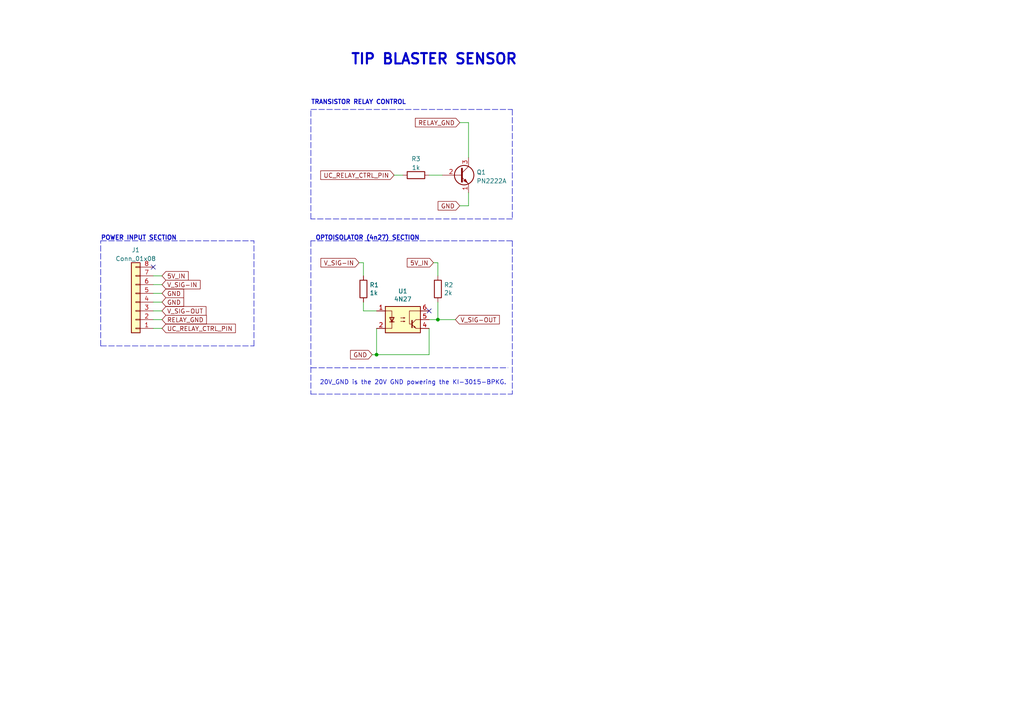
<source format=kicad_sch>
(kicad_sch (version 20211123) (generator eeschema)

  (uuid b3d08afa-f296-4e3b-8825-73b6331d35bf)

  (paper "A4")

  (lib_symbols
    (symbol "Connector_Generic:Conn_01x08" (pin_names (offset 1.016) hide) (in_bom yes) (on_board yes)
      (property "Reference" "J" (id 0) (at 0 10.16 0)
        (effects (font (size 1.27 1.27)))
      )
      (property "Value" "Conn_01x08" (id 1) (at 0 -12.7 0)
        (effects (font (size 1.27 1.27)))
      )
      (property "Footprint" "" (id 2) (at 0 0 0)
        (effects (font (size 1.27 1.27)) hide)
      )
      (property "Datasheet" "~" (id 3) (at 0 0 0)
        (effects (font (size 1.27 1.27)) hide)
      )
      (property "ki_keywords" "connector" (id 4) (at 0 0 0)
        (effects (font (size 1.27 1.27)) hide)
      )
      (property "ki_description" "Generic connector, single row, 01x08, script generated (kicad-library-utils/schlib/autogen/connector/)" (id 5) (at 0 0 0)
        (effects (font (size 1.27 1.27)) hide)
      )
      (property "ki_fp_filters" "Connector*:*_1x??_*" (id 6) (at 0 0 0)
        (effects (font (size 1.27 1.27)) hide)
      )
      (symbol "Conn_01x08_1_1"
        (rectangle (start -1.27 -10.033) (end 0 -10.287)
          (stroke (width 0.1524) (type default) (color 0 0 0 0))
          (fill (type none))
        )
        (rectangle (start -1.27 -7.493) (end 0 -7.747)
          (stroke (width 0.1524) (type default) (color 0 0 0 0))
          (fill (type none))
        )
        (rectangle (start -1.27 -4.953) (end 0 -5.207)
          (stroke (width 0.1524) (type default) (color 0 0 0 0))
          (fill (type none))
        )
        (rectangle (start -1.27 -2.413) (end 0 -2.667)
          (stroke (width 0.1524) (type default) (color 0 0 0 0))
          (fill (type none))
        )
        (rectangle (start -1.27 0.127) (end 0 -0.127)
          (stroke (width 0.1524) (type default) (color 0 0 0 0))
          (fill (type none))
        )
        (rectangle (start -1.27 2.667) (end 0 2.413)
          (stroke (width 0.1524) (type default) (color 0 0 0 0))
          (fill (type none))
        )
        (rectangle (start -1.27 5.207) (end 0 4.953)
          (stroke (width 0.1524) (type default) (color 0 0 0 0))
          (fill (type none))
        )
        (rectangle (start -1.27 7.747) (end 0 7.493)
          (stroke (width 0.1524) (type default) (color 0 0 0 0))
          (fill (type none))
        )
        (rectangle (start -1.27 8.89) (end 1.27 -11.43)
          (stroke (width 0.254) (type default) (color 0 0 0 0))
          (fill (type background))
        )
        (pin passive line (at -5.08 7.62 0) (length 3.81)
          (name "Pin_1" (effects (font (size 1.27 1.27))))
          (number "1" (effects (font (size 1.27 1.27))))
        )
        (pin passive line (at -5.08 5.08 0) (length 3.81)
          (name "Pin_2" (effects (font (size 1.27 1.27))))
          (number "2" (effects (font (size 1.27 1.27))))
        )
        (pin passive line (at -5.08 2.54 0) (length 3.81)
          (name "Pin_3" (effects (font (size 1.27 1.27))))
          (number "3" (effects (font (size 1.27 1.27))))
        )
        (pin passive line (at -5.08 0 0) (length 3.81)
          (name "Pin_4" (effects (font (size 1.27 1.27))))
          (number "4" (effects (font (size 1.27 1.27))))
        )
        (pin passive line (at -5.08 -2.54 0) (length 3.81)
          (name "Pin_5" (effects (font (size 1.27 1.27))))
          (number "5" (effects (font (size 1.27 1.27))))
        )
        (pin passive line (at -5.08 -5.08 0) (length 3.81)
          (name "Pin_6" (effects (font (size 1.27 1.27))))
          (number "6" (effects (font (size 1.27 1.27))))
        )
        (pin passive line (at -5.08 -7.62 0) (length 3.81)
          (name "Pin_7" (effects (font (size 1.27 1.27))))
          (number "7" (effects (font (size 1.27 1.27))))
        )
        (pin passive line (at -5.08 -10.16 0) (length 3.81)
          (name "Pin_8" (effects (font (size 1.27 1.27))))
          (number "8" (effects (font (size 1.27 1.27))))
        )
      )
    )
    (symbol "Device:R" (pin_numbers hide) (pin_names (offset 0)) (in_bom yes) (on_board yes)
      (property "Reference" "R" (id 0) (at 2.032 0 90)
        (effects (font (size 1.27 1.27)))
      )
      (property "Value" "R" (id 1) (at 0 0 90)
        (effects (font (size 1.27 1.27)))
      )
      (property "Footprint" "" (id 2) (at -1.778 0 90)
        (effects (font (size 1.27 1.27)) hide)
      )
      (property "Datasheet" "~" (id 3) (at 0 0 0)
        (effects (font (size 1.27 1.27)) hide)
      )
      (property "ki_keywords" "R res resistor" (id 4) (at 0 0 0)
        (effects (font (size 1.27 1.27)) hide)
      )
      (property "ki_description" "Resistor" (id 5) (at 0 0 0)
        (effects (font (size 1.27 1.27)) hide)
      )
      (property "ki_fp_filters" "R_*" (id 6) (at 0 0 0)
        (effects (font (size 1.27 1.27)) hide)
      )
      (symbol "R_0_1"
        (rectangle (start -1.016 -2.54) (end 1.016 2.54)
          (stroke (width 0.254) (type default) (color 0 0 0 0))
          (fill (type none))
        )
      )
      (symbol "R_1_1"
        (pin passive line (at 0 3.81 270) (length 1.27)
          (name "~" (effects (font (size 1.27 1.27))))
          (number "1" (effects (font (size 1.27 1.27))))
        )
        (pin passive line (at 0 -3.81 90) (length 1.27)
          (name "~" (effects (font (size 1.27 1.27))))
          (number "2" (effects (font (size 1.27 1.27))))
        )
      )
    )
    (symbol "Isolator:4N27" (pin_names (offset 1.016)) (in_bom yes) (on_board yes)
      (property "Reference" "U" (id 0) (at -5.08 5.08 0)
        (effects (font (size 1.27 1.27)) (justify left))
      )
      (property "Value" "4N27" (id 1) (at 0 5.08 0)
        (effects (font (size 1.27 1.27)) (justify left))
      )
      (property "Footprint" "Package_DIP:DIP-6_W7.62mm" (id 2) (at -5.08 -5.08 0)
        (effects (font (size 1.27 1.27) italic) (justify left) hide)
      )
      (property "Datasheet" "https://www.vishay.com/docs/83725/4n25.pdf" (id 3) (at 0 0 0)
        (effects (font (size 1.27 1.27)) (justify left) hide)
      )
      (property "ki_keywords" "NPN DC Optocoupler Base Connected" (id 4) (at 0 0 0)
        (effects (font (size 1.27 1.27)) hide)
      )
      (property "ki_description" "DC Optocoupler Base Connected, Vce 30V, CTR 10%, Viso 2500V, DIP6" (id 5) (at 0 0 0)
        (effects (font (size 1.27 1.27)) hide)
      )
      (property "ki_fp_filters" "DIP*W7.62mm*" (id 6) (at 0 0 0)
        (effects (font (size 1.27 1.27)) hide)
      )
      (symbol "4N27_0_1"
        (rectangle (start -5.08 3.81) (end 5.08 -3.81)
          (stroke (width 0.254) (type default) (color 0 0 0 0))
          (fill (type background))
        )
        (polyline
          (pts
            (xy -3.81 -0.635)
            (xy -2.54 -0.635)
          )
          (stroke (width 0.254) (type default) (color 0 0 0 0))
          (fill (type none))
        )
        (polyline
          (pts
            (xy 2.667 -1.397)
            (xy 3.81 -2.54)
          )
          (stroke (width 0) (type default) (color 0 0 0 0))
          (fill (type none))
        )
        (polyline
          (pts
            (xy 2.667 -1.143)
            (xy 3.81 0)
          )
          (stroke (width 0) (type default) (color 0 0 0 0))
          (fill (type none))
        )
        (polyline
          (pts
            (xy 3.81 -2.54)
            (xy 5.08 -2.54)
          )
          (stroke (width 0) (type default) (color 0 0 0 0))
          (fill (type none))
        )
        (polyline
          (pts
            (xy 3.81 0)
            (xy 5.08 0)
          )
          (stroke (width 0) (type default) (color 0 0 0 0))
          (fill (type none))
        )
        (polyline
          (pts
            (xy 2.667 -0.254)
            (xy 2.667 -2.286)
            (xy 2.667 -2.286)
          )
          (stroke (width 0.3556) (type default) (color 0 0 0 0))
          (fill (type none))
        )
        (polyline
          (pts
            (xy -5.08 -2.54)
            (xy -3.175 -2.54)
            (xy -3.175 2.54)
            (xy -5.08 2.54)
          )
          (stroke (width 0) (type default) (color 0 0 0 0))
          (fill (type none))
        )
        (polyline
          (pts
            (xy -3.175 -0.635)
            (xy -3.81 0.635)
            (xy -2.54 0.635)
            (xy -3.175 -0.635)
          )
          (stroke (width 0.254) (type default) (color 0 0 0 0))
          (fill (type none))
        )
        (polyline
          (pts
            (xy 3.683 -2.413)
            (xy 3.429 -1.905)
            (xy 3.175 -2.159)
            (xy 3.683 -2.413)
          )
          (stroke (width 0) (type default) (color 0 0 0 0))
          (fill (type none))
        )
        (polyline
          (pts
            (xy 5.08 2.54)
            (xy 1.905 2.54)
            (xy 1.905 -1.27)
            (xy 2.54 -1.27)
          )
          (stroke (width 0) (type default) (color 0 0 0 0))
          (fill (type none))
        )
        (polyline
          (pts
            (xy -0.635 -0.508)
            (xy 0.635 -0.508)
            (xy 0.254 -0.635)
            (xy 0.254 -0.381)
            (xy 0.635 -0.508)
          )
          (stroke (width 0) (type default) (color 0 0 0 0))
          (fill (type none))
        )
        (polyline
          (pts
            (xy -0.635 0.508)
            (xy 0.635 0.508)
            (xy 0.254 0.381)
            (xy 0.254 0.635)
            (xy 0.635 0.508)
          )
          (stroke (width 0) (type default) (color 0 0 0 0))
          (fill (type none))
        )
      )
      (symbol "4N27_1_1"
        (pin passive line (at -7.62 2.54 0) (length 2.54)
          (name "~" (effects (font (size 1.27 1.27))))
          (number "1" (effects (font (size 1.27 1.27))))
        )
        (pin passive line (at -7.62 -2.54 0) (length 2.54)
          (name "~" (effects (font (size 1.27 1.27))))
          (number "2" (effects (font (size 1.27 1.27))))
        )
        (pin no_connect line (at -5.08 0 0) (length 2.54) hide
          (name "NC" (effects (font (size 1.27 1.27))))
          (number "3" (effects (font (size 1.27 1.27))))
        )
        (pin passive line (at 7.62 -2.54 180) (length 2.54)
          (name "~" (effects (font (size 1.27 1.27))))
          (number "4" (effects (font (size 1.27 1.27))))
        )
        (pin passive line (at 7.62 0 180) (length 2.54)
          (name "~" (effects (font (size 1.27 1.27))))
          (number "5" (effects (font (size 1.27 1.27))))
        )
        (pin passive line (at 7.62 2.54 180) (length 2.54)
          (name "~" (effects (font (size 1.27 1.27))))
          (number "6" (effects (font (size 1.27 1.27))))
        )
      )
    )
    (symbol "Transistor_BJT:PN2222A" (pin_names (offset 0) hide) (in_bom yes) (on_board yes)
      (property "Reference" "Q" (id 0) (at 5.08 1.905 0)
        (effects (font (size 1.27 1.27)) (justify left))
      )
      (property "Value" "PN2222A" (id 1) (at 5.08 0 0)
        (effects (font (size 1.27 1.27)) (justify left))
      )
      (property "Footprint" "Package_TO_SOT_THT:TO-92_Inline" (id 2) (at 5.08 -1.905 0)
        (effects (font (size 1.27 1.27) italic) (justify left) hide)
      )
      (property "Datasheet" "https://www.onsemi.com/pub/Collateral/PN2222-D.PDF" (id 3) (at 0 0 0)
        (effects (font (size 1.27 1.27)) (justify left) hide)
      )
      (property "ki_keywords" "NPN Transistor" (id 4) (at 0 0 0)
        (effects (font (size 1.27 1.27)) hide)
      )
      (property "ki_description" "1A Ic, 40V Vce, NPN Transistor, General Purpose Transistor, TO-92" (id 5) (at 0 0 0)
        (effects (font (size 1.27 1.27)) hide)
      )
      (property "ki_fp_filters" "TO?92*" (id 6) (at 0 0 0)
        (effects (font (size 1.27 1.27)) hide)
      )
      (symbol "PN2222A_0_1"
        (polyline
          (pts
            (xy 0 0)
            (xy 0.635 0)
          )
          (stroke (width 0) (type default) (color 0 0 0 0))
          (fill (type none))
        )
        (polyline
          (pts
            (xy 2.54 -2.54)
            (xy 0.635 -0.635)
          )
          (stroke (width 0) (type default) (color 0 0 0 0))
          (fill (type none))
        )
        (polyline
          (pts
            (xy 2.54 2.54)
            (xy 0.635 0.635)
          )
          (stroke (width 0) (type default) (color 0 0 0 0))
          (fill (type none))
        )
        (polyline
          (pts
            (xy 0.635 1.905)
            (xy 0.635 -1.905)
            (xy 0.635 -1.905)
          )
          (stroke (width 0.508) (type default) (color 0 0 0 0))
          (fill (type none))
        )
        (polyline
          (pts
            (xy 2.413 -2.413)
            (xy 1.905 -1.905)
            (xy 1.905 -1.905)
          )
          (stroke (width 0) (type default) (color 0 0 0 0))
          (fill (type none))
        )
        (polyline
          (pts
            (xy 1.143 -1.651)
            (xy 1.651 -1.143)
            (xy 2.159 -2.159)
            (xy 1.143 -1.651)
            (xy 1.143 -1.651)
          )
          (stroke (width 0) (type default) (color 0 0 0 0))
          (fill (type outline))
        )
        (circle (center 1.27 0) (radius 2.8194)
          (stroke (width 0.254) (type default) (color 0 0 0 0))
          (fill (type none))
        )
      )
      (symbol "PN2222A_1_1"
        (pin passive line (at 2.54 -5.08 90) (length 2.54)
          (name "E" (effects (font (size 1.27 1.27))))
          (number "1" (effects (font (size 1.27 1.27))))
        )
        (pin input line (at -5.08 0 0) (length 5.08)
          (name "B" (effects (font (size 1.27 1.27))))
          (number "2" (effects (font (size 1.27 1.27))))
        )
        (pin passive line (at 2.54 5.08 270) (length 2.54)
          (name "C" (effects (font (size 1.27 1.27))))
          (number "3" (effects (font (size 1.27 1.27))))
        )
      )
    )
  )

  (junction (at 109.22 102.87) (diameter 0) (color 0 0 0 0)
    (uuid 0b6fa7e8-9b20-4f9b-b9e6-e9fa3d67063a)
  )
  (junction (at 127 92.71) (diameter 0) (color 0 0 0 0)
    (uuid 77ed3941-d133-4aef-a9af-5a39322d14eb)
  )

  (no_connect (at 124.46 90.17) (uuid cef6f603-8a0b-4dd0-af99-ebfbef7d1b4b))
  (no_connect (at 44.45 77.47) (uuid ea0d26b4-d33a-4645-b127-e2d6ec92434f))

  (polyline (pts (xy 148.59 31.75) (xy 148.59 63.5))
    (stroke (width 0) (type default) (color 0 0 0 0))
    (uuid 0670114c-00fb-404b-a692-35d3dae7a592)
  )

  (wire (pts (xy 133.35 35.56) (xy 135.89 35.56))
    (stroke (width 0) (type default) (color 0 0 0 0))
    (uuid 0a0c60ef-b9a2-46e1-bcd0-07fff2c5a492)
  )
  (wire (pts (xy 105.41 87.63) (xy 105.41 90.17))
    (stroke (width 0) (type default) (color 0 0 0 0))
    (uuid 0a3cc030-c9dd-4d74-9d50-715ed2b361a2)
  )
  (wire (pts (xy 125.73 76.2) (xy 127 76.2))
    (stroke (width 0) (type default) (color 0 0 0 0))
    (uuid 10109f84-4940-47f8-8640-91f185ac9bc1)
  )
  (polyline (pts (xy 148.59 69.85) (xy 90.17 69.85))
    (stroke (width 0) (type default) (color 0 0 0 0))
    (uuid 1e1b062d-fad0-427c-a622-c5b8a80b5268)
  )

  (wire (pts (xy 114.3 50.8) (xy 116.84 50.8))
    (stroke (width 0) (type default) (color 0 0 0 0))
    (uuid 1e66f99b-fa25-4a6e-8392-fc10de367bf3)
  )
  (polyline (pts (xy 90.17 31.75) (xy 148.59 31.75))
    (stroke (width 0) (type default) (color 0 0 0 0))
    (uuid 25fa5912-0027-4059-ba2e-be8ae79a6df5)
  )
  (polyline (pts (xy 148.59 69.85) (xy 148.59 114.3))
    (stroke (width 0) (type default) (color 0 0 0 0))
    (uuid 30f15357-ce1d-48b9-93dc-7d9b1b2aa048)
  )

  (wire (pts (xy 135.89 59.69) (xy 135.89 55.88))
    (stroke (width 0) (type default) (color 0 0 0 0))
    (uuid 355fd7e2-01ce-48a2-b9ea-332709b58717)
  )
  (wire (pts (xy 44.45 87.63) (xy 46.99 87.63))
    (stroke (width 0) (type default) (color 0 0 0 0))
    (uuid 3964cbec-dd49-4077-b140-00a8bb17d0df)
  )
  (polyline (pts (xy 29.21 100.33) (xy 73.66 100.33))
    (stroke (width 0) (type default) (color 0 0 0 0))
    (uuid 3bf34dd6-b781-4145-b486-ac1f453de498)
  )

  (wire (pts (xy 127 92.71) (xy 132.08 92.71))
    (stroke (width 0) (type default) (color 0 0 0 0))
    (uuid 47baf4b1-0938-497d-88f9-671136aa8be7)
  )
  (wire (pts (xy 127 76.2) (xy 127 80.01))
    (stroke (width 0) (type default) (color 0 0 0 0))
    (uuid 55e740a3-0735-4744-896e-2bf5437093b9)
  )
  (wire (pts (xy 44.45 95.25) (xy 46.99 95.25))
    (stroke (width 0) (type default) (color 0 0 0 0))
    (uuid 5672fe54-cd19-4295-9152-9c71c1f926e3)
  )
  (wire (pts (xy 107.95 102.87) (xy 109.22 102.87))
    (stroke (width 0) (type default) (color 0 0 0 0))
    (uuid 62c076a3-d618-44a2-9042-9a08b3576787)
  )
  (wire (pts (xy 104.14 76.2) (xy 105.41 76.2))
    (stroke (width 0) (type default) (color 0 0 0 0))
    (uuid 6e105729-aba0-497c-a99e-c32d2b3ddb6d)
  )
  (wire (pts (xy 109.22 102.87) (xy 124.46 102.87))
    (stroke (width 0) (type default) (color 0 0 0 0))
    (uuid 6fcac57b-0e22-4079-b019-a9da97e56aa2)
  )
  (wire (pts (xy 44.45 85.09) (xy 46.99 85.09))
    (stroke (width 0) (type default) (color 0 0 0 0))
    (uuid 7f5bea52-a732-42ab-95b9-5c996418196e)
  )
  (wire (pts (xy 44.45 92.71) (xy 46.99 92.71))
    (stroke (width 0) (type default) (color 0 0 0 0))
    (uuid 802aedcf-cf5d-4ecc-914b-39fc18c1dc7e)
  )
  (wire (pts (xy 105.41 90.17) (xy 109.22 90.17))
    (stroke (width 0) (type default) (color 0 0 0 0))
    (uuid 8322f275-268c-4e87-a69f-4cfbf05e747f)
  )
  (polyline (pts (xy 90.17 63.5) (xy 90.17 31.75))
    (stroke (width 0) (type default) (color 0 0 0 0))
    (uuid 887c25ff-03f8-41b6-b714-9c69aa205e2e)
  )

  (wire (pts (xy 44.45 82.55) (xy 46.99 82.55))
    (stroke (width 0) (type default) (color 0 0 0 0))
    (uuid 893ec850-468b-4307-9154-cb1334bd2dbc)
  )
  (wire (pts (xy 44.45 90.17) (xy 46.99 90.17))
    (stroke (width 0) (type default) (color 0 0 0 0))
    (uuid 94d9daf4-c382-40ea-a9e1-0b60462395ba)
  )
  (wire (pts (xy 105.41 76.2) (xy 105.41 80.01))
    (stroke (width 0) (type default) (color 0 0 0 0))
    (uuid 983c426c-24e0-4c65-ab69-1f1824adc5c6)
  )
  (polyline (pts (xy 73.66 100.33) (xy 73.66 69.85))
    (stroke (width 0) (type default) (color 0 0 0 0))
    (uuid 9b4e1cc5-d845-4407-a3ff-094330098fe1)
  )

  (wire (pts (xy 124.46 50.8) (xy 128.27 50.8))
    (stroke (width 0) (type default) (color 0 0 0 0))
    (uuid a005d73e-451f-4db5-9b6c-5a24ff84545e)
  )
  (polyline (pts (xy 90.17 114.3) (xy 148.59 114.3))
    (stroke (width 0) (type default) (color 0 0 0 0))
    (uuid a7520ad3-0f8b-4788-92d4-8ffb277041e6)
  )
  (polyline (pts (xy 90.17 106.68) (xy 147.32 106.68))
    (stroke (width 0) (type default) (color 0 0 0 0))
    (uuid a795f1ba-cdd5-4cc5-9a52-08586e982934)
  )

  (wire (pts (xy 135.89 35.56) (xy 135.89 45.72))
    (stroke (width 0) (type default) (color 0 0 0 0))
    (uuid abf17b50-074e-45f4-afae-b4863ae383a0)
  )
  (wire (pts (xy 124.46 92.71) (xy 127 92.71))
    (stroke (width 0) (type default) (color 0 0 0 0))
    (uuid b6270a28-e0d9-4655-a18a-03dbf007b940)
  )
  (wire (pts (xy 133.35 59.69) (xy 135.89 59.69))
    (stroke (width 0) (type default) (color 0 0 0 0))
    (uuid b6badcb3-b605-4ae8-a688-6659dbdd897d)
  )
  (wire (pts (xy 124.46 95.25) (xy 124.46 102.87))
    (stroke (width 0) (type default) (color 0 0 0 0))
    (uuid bb7f0588-d4d8-44bf-9ebf-3c533fe4d6ae)
  )
  (polyline (pts (xy 29.21 69.85) (xy 73.66 69.85))
    (stroke (width 0) (type default) (color 0 0 0 0))
    (uuid c41b3c8b-634e-435a-b582-96b83bbd4032)
  )
  (polyline (pts (xy 29.21 100.33) (xy 29.21 69.85))
    (stroke (width 0) (type default) (color 0 0 0 0))
    (uuid ce83728b-bebd-48c2-8734-b6a50d837931)
  )
  (polyline (pts (xy 90.17 69.85) (xy 90.17 114.3))
    (stroke (width 0) (type default) (color 0 0 0 0))
    (uuid d8603679-3e7b-4337-8dbc-1827f5f54d8a)
  )

  (wire (pts (xy 109.22 95.25) (xy 109.22 102.87))
    (stroke (width 0) (type default) (color 0 0 0 0))
    (uuid da469d11-a8a4-414b-9449-d151eeaf4853)
  )
  (wire (pts (xy 127 87.63) (xy 127 92.71))
    (stroke (width 0) (type default) (color 0 0 0 0))
    (uuid f3490fa5-5a27-423b-af60-53609669542c)
  )
  (polyline (pts (xy 148.59 63.5) (xy 90.17 63.5))
    (stroke (width 0) (type default) (color 0 0 0 0))
    (uuid fa538bf4-1505-4657-a1cc-6d78207712c7)
  )

  (wire (pts (xy 44.45 80.01) (xy 46.99 80.01))
    (stroke (width 0) (type default) (color 0 0 0 0))
    (uuid fc75e883-21f8-4e8b-9ab8-e35be2f14619)
  )

  (text "POWER INPUT SECTION" (at 29.21 69.85 0)
    (effects (font (size 1.27 1.27) (thickness 0.254) bold) (justify left bottom))
    (uuid 0f22151c-f260-4674-b486-4710a2c42a55)
  )
  (text "20V_GND is the 20V GND powering the KI-3015-BPKG." (at 92.71 111.76 0)
    (effects (font (size 1.27 1.27)) (justify left bottom))
    (uuid 13abf99d-5265-4779-8973-e94370fd18ff)
  )
  (text "TRANSISTOR RELAY CONTROL" (at 90.17 30.48 0)
    (effects (font (size 1.27 1.27) (thickness 0.254) bold) (justify left bottom))
    (uuid a369679b-2ca6-46ee-b971-da57be938122)
  )
  (text "TIP BLASTER SENSOR" (at 101.6 19.05 0)
    (effects (font (size 2.9972 2.9972) (thickness 0.5994) bold) (justify left bottom))
    (uuid d57dcfee-5058-4fc2-a68b-05f9a48f685b)
  )
  (text "OPTOISOLATOR (4n27) SECTION" (at 91.44 69.85 0)
    (effects (font (size 1.27 1.27) (thickness 0.254) bold) (justify left bottom))
    (uuid fe8d9267-7834-48d6-a191-c8724b2ee78d)
  )

  (global_label "RELAY_GND" (shape input) (at 46.99 92.71 0) (fields_autoplaced)
    (effects (font (size 1.27 1.27)) (justify left))
    (uuid 0db14178-c77a-4918-b2b9-748afe149198)
    (property "Intersheet References" "${INTERSHEET_REFS}" (id 0) (at 59.7766 92.7894 0)
      (effects (font (size 1.27 1.27)) (justify left) hide)
    )
  )
  (global_label "V_SIG-IN" (shape input) (at 104.14 76.2 180) (fields_autoplaced)
    (effects (font (size 1.27 1.27)) (justify right))
    (uuid 23bb2798-d93a-4696-a962-c305c4298a0c)
    (property "Intersheet References" "${INTERSHEET_REFS}" (id 0) (at 74.93 15.24 0)
      (effects (font (size 1.27 1.27)) hide)
    )
  )
  (global_label "GND" (shape input) (at 107.95 102.87 180) (fields_autoplaced)
    (effects (font (size 1.27 1.27)) (justify right))
    (uuid 479be685-ddf7-4e40-913e-dc6f654dcfcd)
    (property "Intersheet References" "${INTERSHEET_REFS}" (id 0) (at 101.7553 102.9494 0)
      (effects (font (size 1.27 1.27)) (justify right) hide)
    )
  )
  (global_label "5V_IN" (shape input) (at 46.99 80.01 0) (fields_autoplaced)
    (effects (font (size 1.27 1.27)) (justify left))
    (uuid 5038e144-5119-49db-b6cf-f7c345f1cf03)
    (property "Intersheet References" "${INTERSHEET_REFS}" (id 0) (at 5.08 57.15 0)
      (effects (font (size 1.27 1.27)) hide)
    )
  )
  (global_label "UC_RELAY_CTRL_PIN" (shape input) (at 46.99 95.25 0) (fields_autoplaced)
    (effects (font (size 1.27 1.27)) (justify left))
    (uuid 510ac277-f5d7-4ed4-9d9f-0ae3a1552f98)
    (property "Intersheet References" "${INTERSHEET_REFS}" (id 0) (at 68.1828 95.3294 0)
      (effects (font (size 1.27 1.27)) (justify left) hide)
    )
  )
  (global_label "V_SIG-OUT" (shape input) (at 46.99 90.17 0) (fields_autoplaced)
    (effects (font (size 1.27 1.27)) (justify left))
    (uuid 5503ad71-5256-4f2c-9617-1dbb518da526)
    (property "Intersheet References" "${INTERSHEET_REFS}" (id 0) (at -10.16 12.7 0)
      (effects (font (size 1.27 1.27)) hide)
    )
  )
  (global_label "5V_IN" (shape input) (at 125.73 76.2 180) (fields_autoplaced)
    (effects (font (size 1.27 1.27)) (justify right))
    (uuid 746ba970-8279-4e7b-aed3-f28687777c21)
    (property "Intersheet References" "${INTERSHEET_REFS}" (id 0) (at 74.93 15.24 0)
      (effects (font (size 1.27 1.27)) hide)
    )
  )
  (global_label "GND" (shape input) (at 46.99 85.09 0) (fields_autoplaced)
    (effects (font (size 1.27 1.27)) (justify left))
    (uuid 780871c8-c9b6-4fad-bd90-a071050bf68d)
    (property "Intersheet References" "${INTERSHEET_REFS}" (id 0) (at 53.1847 85.0106 0)
      (effects (font (size 1.27 1.27)) (justify left) hide)
    )
  )
  (global_label "GND" (shape input) (at 46.99 87.63 0) (fields_autoplaced)
    (effects (font (size 1.27 1.27)) (justify left))
    (uuid 87371631-aa02-498a-998a-09bdb74784c1)
    (property "Intersheet References" "${INTERSHEET_REFS}" (id 0) (at 53.1847 87.5506 0)
      (effects (font (size 1.27 1.27)) (justify left) hide)
    )
  )
  (global_label "UC_RELAY_CTRL_PIN" (shape input) (at 114.3 50.8 180) (fields_autoplaced)
    (effects (font (size 1.27 1.27)) (justify right))
    (uuid 88aa7bce-cc97-49f2-a879-cdef3c5a4278)
    (property "Intersheet References" "${INTERSHEET_REFS}" (id 0) (at 93.1072 50.7206 0)
      (effects (font (size 1.27 1.27)) (justify right) hide)
    )
  )
  (global_label "V_SIG-IN" (shape input) (at 46.99 82.55 0) (fields_autoplaced)
    (effects (font (size 1.27 1.27)) (justify left))
    (uuid a690fc6c-55d9-47e6-b533-faa4b67e20f3)
    (property "Intersheet References" "${INTERSHEET_REFS}" (id 0) (at 5.08 44.45 0)
      (effects (font (size 1.27 1.27)) hide)
    )
  )
  (global_label "RELAY_GND" (shape input) (at 133.35 35.56 180) (fields_autoplaced)
    (effects (font (size 1.27 1.27)) (justify right))
    (uuid bb28ecc7-16f7-465b-9b72-803f3f16f5b2)
    (property "Intersheet References" "${INTERSHEET_REFS}" (id 0) (at 120.5634 35.4806 0)
      (effects (font (size 1.27 1.27)) (justify right) hide)
    )
  )
  (global_label "GND" (shape input) (at 133.35 59.69 180) (fields_autoplaced)
    (effects (font (size 1.27 1.27)) (justify right))
    (uuid f4a2bdba-f3a5-46b5-aa61-13d4556aaab9)
    (property "Intersheet References" "${INTERSHEET_REFS}" (id 0) (at 127.1553 59.7694 0)
      (effects (font (size 1.27 1.27)) (justify right) hide)
    )
  )
  (global_label "V_SIG-OUT" (shape input) (at 132.08 92.71 0) (fields_autoplaced)
    (effects (font (size 1.27 1.27)) (justify left))
    (uuid f4f99e3d-7269-4f6a-a759-16ad2a258779)
    (property "Intersheet References" "${INTERSHEET_REFS}" (id 0) (at 74.93 15.24 0)
      (effects (font (size 1.27 1.27)) hide)
    )
  )

  (symbol (lib_id "Isolator:4N27") (at 116.84 92.71 0) (unit 1)
    (in_bom yes) (on_board yes)
    (uuid 00000000-0000-0000-0000-000061bcef0c)
    (property "Reference" "U1" (id 0) (at 116.84 84.455 0))
    (property "Value" "4N27" (id 1) (at 116.84 86.7664 0))
    (property "Footprint" "Package_DIP:DIP-6_W7.62mm" (id 2) (at 111.76 97.79 0)
      (effects (font (size 1.27 1.27) italic) (justify left) hide)
    )
    (property "Datasheet" "https://www.vishay.com/docs/83725/4n25.pdf" (id 3) (at 116.84 92.71 0)
      (effects (font (size 1.27 1.27)) (justify left) hide)
    )
    (pin "1" (uuid 84b20a92-ddcb-45ad-bbc5-b1d74ac1d604))
    (pin "2" (uuid 5a79eff8-2b3f-475b-90be-fb31c95739b2))
    (pin "3" (uuid 582e5220-ec07-4792-bd16-46ba1c55e568))
    (pin "4" (uuid 7d661e4d-0a9d-47b2-b834-6a724ad6368d))
    (pin "5" (uuid ece26d12-cbd3-4d86-99b9-7d7fd4e9343f))
    (pin "6" (uuid 41b78748-f0b7-45e1-99f8-98e483a0e878))
  )

  (symbol (lib_id "Device:R") (at 105.41 83.82 180) (unit 1)
    (in_bom yes) (on_board yes)
    (uuid 00000000-0000-0000-0000-000061bd23b1)
    (property "Reference" "R1" (id 0) (at 107.188 82.6516 0)
      (effects (font (size 1.27 1.27)) (justify right))
    )
    (property "Value" "1k" (id 1) (at 107.188 84.963 0)
      (effects (font (size 1.27 1.27)) (justify right))
    )
    (property "Footprint" "Resistor_THT:R_Axial_DIN0207_L6.3mm_D2.5mm_P15.24mm_Horizontal" (id 2) (at 107.188 83.82 90)
      (effects (font (size 1.27 1.27)) hide)
    )
    (property "Datasheet" "~" (id 3) (at 105.41 83.82 0)
      (effects (font (size 1.27 1.27)) hide)
    )
    (pin "1" (uuid 304fa3b1-f259-46f8-8d6a-43c8dd74fa57))
    (pin "2" (uuid c732dcb1-f982-465c-ba93-89bce7eb7489))
  )

  (symbol (lib_id "Device:R") (at 127 83.82 0) (unit 1)
    (in_bom yes) (on_board yes)
    (uuid 00000000-0000-0000-0000-000061bd76ed)
    (property "Reference" "R2" (id 0) (at 128.778 82.6516 0)
      (effects (font (size 1.27 1.27)) (justify left))
    )
    (property "Value" "2k" (id 1) (at 128.778 84.963 0)
      (effects (font (size 1.27 1.27)) (justify left))
    )
    (property "Footprint" "Resistor_THT:R_Axial_DIN0207_L6.3mm_D2.5mm_P15.24mm_Horizontal" (id 2) (at 125.222 83.82 90)
      (effects (font (size 1.27 1.27)) hide)
    )
    (property "Datasheet" "~" (id 3) (at 127 83.82 0)
      (effects (font (size 1.27 1.27)) hide)
    )
    (pin "1" (uuid 72f946d0-1e49-49fd-92cb-b5f25e429ffa))
    (pin "2" (uuid c97dd8c7-e959-42b4-a051-507cf6b54fb9))
  )

  (symbol (lib_id "Connector_Generic:Conn_01x08") (at 39.37 87.63 180) (unit 1)
    (in_bom yes) (on_board yes) (fields_autoplaced)
    (uuid 68d1b74d-f92c-49a6-be97-a7cb6b89d964)
    (property "Reference" "J1" (id 0) (at 39.37 72.5002 0))
    (property "Value" "Conn_01x08" (id 1) (at 39.37 75.0371 0))
    (property "Footprint" "Connector_PinHeader_2.54mm:PinHeader_1x08_P2.54mm_Vertical" (id 2) (at 39.37 87.63 0)
      (effects (font (size 1.27 1.27)) hide)
    )
    (property "Datasheet" "~" (id 3) (at 39.37 87.63 0)
      (effects (font (size 1.27 1.27)) hide)
    )
    (pin "1" (uuid d74e1d36-e78f-4223-b011-ed7a3b57868e))
    (pin "2" (uuid 2bd9356b-0153-49ad-9dc3-7ce0e789e32d))
    (pin "3" (uuid 0dab616d-1355-42ef-92ab-eee97b125bc3))
    (pin "4" (uuid dc8e3db3-0263-44e0-88f0-37bbfc1682c7))
    (pin "5" (uuid e0af457e-de3f-4bd5-a317-3dc3e6ecca48))
    (pin "6" (uuid 89eada11-e354-4d77-abe4-543fc2a0cc97))
    (pin "7" (uuid 721b62be-cf12-41a0-9564-0492a1eaacc8))
    (pin "8" (uuid cd8e9ea8-eafb-4324-85b7-a032696c113d))
  )

  (symbol (lib_id "Device:R") (at 120.65 50.8 90) (unit 1)
    (in_bom yes) (on_board yes) (fields_autoplaced)
    (uuid 7ebdedae-e38c-49ae-9d1f-3a125161997d)
    (property "Reference" "R3" (id 0) (at 120.65 46.0842 90))
    (property "Value" "1k" (id 1) (at 120.65 48.6211 90))
    (property "Footprint" "Resistor_THT:R_Axial_DIN0207_L6.3mm_D2.5mm_P15.24mm_Horizontal" (id 2) (at 120.65 52.578 90)
      (effects (font (size 1.27 1.27)) hide)
    )
    (property "Datasheet" "~" (id 3) (at 120.65 50.8 0)
      (effects (font (size 1.27 1.27)) hide)
    )
    (pin "1" (uuid 59695e01-65e6-4e83-a822-511865e41fb4))
    (pin "2" (uuid e7cea5bb-9907-43e8-ace6-64bd653685d6))
  )

  (symbol (lib_id "Transistor_BJT:PN2222A") (at 133.35 50.8 0) (unit 1)
    (in_bom yes) (on_board yes) (fields_autoplaced)
    (uuid c86990cf-cd83-490a-82a9-38c4c4ef5894)
    (property "Reference" "Q1" (id 0) (at 138.2014 49.9653 0)
      (effects (font (size 1.27 1.27)) (justify left))
    )
    (property "Value" "PN2222A" (id 1) (at 138.2014 52.5022 0)
      (effects (font (size 1.27 1.27)) (justify left))
    )
    (property "Footprint" "Package_TO_SOT_THT:TO-92_Inline" (id 2) (at 138.43 52.705 0)
      (effects (font (size 1.27 1.27) italic) (justify left) hide)
    )
    (property "Datasheet" "https://www.onsemi.com/pub/Collateral/PN2222-D.PDF" (id 3) (at 133.35 50.8 0)
      (effects (font (size 1.27 1.27)) (justify left) hide)
    )
    (pin "1" (uuid ca9fd8a2-88d6-487d-81d8-91e20dfe43ed))
    (pin "2" (uuid 1a58f995-9361-43c7-9dcc-c697d175839d))
    (pin "3" (uuid 4cae04b1-31d4-4978-84f6-26026a05e370))
  )

  (sheet_instances
    (path "/" (page "1"))
  )

  (symbol_instances
    (path "/68d1b74d-f92c-49a6-be97-a7cb6b89d964"
      (reference "J1") (unit 1) (value "Conn_01x08") (footprint "Connector_PinHeader_2.54mm:PinHeader_1x08_P2.54mm_Vertical")
    )
    (path "/c86990cf-cd83-490a-82a9-38c4c4ef5894"
      (reference "Q1") (unit 1) (value "PN2222A") (footprint "Package_TO_SOT_THT:TO-92_Inline")
    )
    (path "/00000000-0000-0000-0000-000061bd23b1"
      (reference "R1") (unit 1) (value "1k") (footprint "Resistor_THT:R_Axial_DIN0207_L6.3mm_D2.5mm_P15.24mm_Horizontal")
    )
    (path "/00000000-0000-0000-0000-000061bd76ed"
      (reference "R2") (unit 1) (value "2k") (footprint "Resistor_THT:R_Axial_DIN0207_L6.3mm_D2.5mm_P15.24mm_Horizontal")
    )
    (path "/7ebdedae-e38c-49ae-9d1f-3a125161997d"
      (reference "R3") (unit 1) (value "1k") (footprint "Resistor_THT:R_Axial_DIN0207_L6.3mm_D2.5mm_P15.24mm_Horizontal")
    )
    (path "/00000000-0000-0000-0000-000061bcef0c"
      (reference "U1") (unit 1) (value "4N27") (footprint "Package_DIP:DIP-6_W7.62mm")
    )
  )
)

</source>
